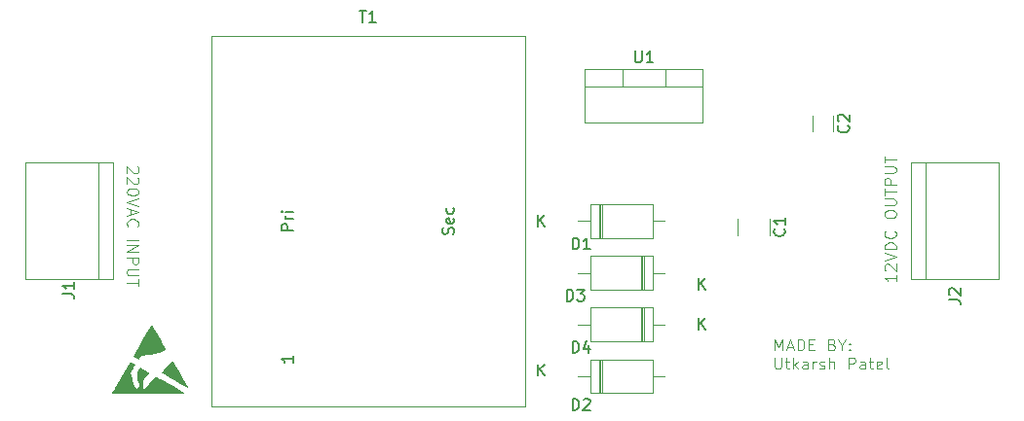
<source format=gbr>
%TF.GenerationSoftware,KiCad,Pcbnew,8.0.7*%
%TF.CreationDate,2025-08-07T00:01:01+05:30*%
%TF.ProjectId,Power_Supply,506f7765-725f-4537-9570-706c792e6b69,rev?*%
%TF.SameCoordinates,Original*%
%TF.FileFunction,Legend,Top*%
%TF.FilePolarity,Positive*%
%FSLAX46Y46*%
G04 Gerber Fmt 4.6, Leading zero omitted, Abs format (unit mm)*
G04 Created by KiCad (PCBNEW 8.0.7) date 2025-08-07 00:01:01*
%MOMM*%
%LPD*%
G01*
G04 APERTURE LIST*
%ADD10C,0.125000*%
%ADD11C,0.100000*%
%ADD12C,0.150000*%
%ADD13C,0.010000*%
%ADD14C,0.120000*%
G04 APERTURE END LIST*
D10*
X164820331Y-94761175D02*
X164820331Y-93761175D01*
X164820331Y-93761175D02*
X165153664Y-94475460D01*
X165153664Y-94475460D02*
X165486997Y-93761175D01*
X165486997Y-93761175D02*
X165486997Y-94761175D01*
X165915569Y-94475460D02*
X166391759Y-94475460D01*
X165820331Y-94761175D02*
X166153664Y-93761175D01*
X166153664Y-93761175D02*
X166486997Y-94761175D01*
X166820331Y-94761175D02*
X166820331Y-93761175D01*
X166820331Y-93761175D02*
X167058426Y-93761175D01*
X167058426Y-93761175D02*
X167201283Y-93808794D01*
X167201283Y-93808794D02*
X167296521Y-93904032D01*
X167296521Y-93904032D02*
X167344140Y-93999270D01*
X167344140Y-93999270D02*
X167391759Y-94189746D01*
X167391759Y-94189746D02*
X167391759Y-94332603D01*
X167391759Y-94332603D02*
X167344140Y-94523079D01*
X167344140Y-94523079D02*
X167296521Y-94618317D01*
X167296521Y-94618317D02*
X167201283Y-94713556D01*
X167201283Y-94713556D02*
X167058426Y-94761175D01*
X167058426Y-94761175D02*
X166820331Y-94761175D01*
X167820331Y-94237365D02*
X168153664Y-94237365D01*
X168296521Y-94761175D02*
X167820331Y-94761175D01*
X167820331Y-94761175D02*
X167820331Y-93761175D01*
X167820331Y-93761175D02*
X168296521Y-93761175D01*
X169820331Y-94237365D02*
X169963188Y-94284984D01*
X169963188Y-94284984D02*
X170010807Y-94332603D01*
X170010807Y-94332603D02*
X170058426Y-94427841D01*
X170058426Y-94427841D02*
X170058426Y-94570698D01*
X170058426Y-94570698D02*
X170010807Y-94665936D01*
X170010807Y-94665936D02*
X169963188Y-94713556D01*
X169963188Y-94713556D02*
X169867950Y-94761175D01*
X169867950Y-94761175D02*
X169486998Y-94761175D01*
X169486998Y-94761175D02*
X169486998Y-93761175D01*
X169486998Y-93761175D02*
X169820331Y-93761175D01*
X169820331Y-93761175D02*
X169915569Y-93808794D01*
X169915569Y-93808794D02*
X169963188Y-93856413D01*
X169963188Y-93856413D02*
X170010807Y-93951651D01*
X170010807Y-93951651D02*
X170010807Y-94046889D01*
X170010807Y-94046889D02*
X169963188Y-94142127D01*
X169963188Y-94142127D02*
X169915569Y-94189746D01*
X169915569Y-94189746D02*
X169820331Y-94237365D01*
X169820331Y-94237365D02*
X169486998Y-94237365D01*
X170677474Y-94284984D02*
X170677474Y-94761175D01*
X170344141Y-93761175D02*
X170677474Y-94284984D01*
X170677474Y-94284984D02*
X171010807Y-93761175D01*
X171344141Y-94665936D02*
X171391760Y-94713556D01*
X171391760Y-94713556D02*
X171344141Y-94761175D01*
X171344141Y-94761175D02*
X171296522Y-94713556D01*
X171296522Y-94713556D02*
X171344141Y-94665936D01*
X171344141Y-94665936D02*
X171344141Y-94761175D01*
X171344141Y-94142127D02*
X171391760Y-94189746D01*
X171391760Y-94189746D02*
X171344141Y-94237365D01*
X171344141Y-94237365D02*
X171296522Y-94189746D01*
X171296522Y-94189746D02*
X171344141Y-94142127D01*
X171344141Y-94142127D02*
X171344141Y-94237365D01*
X164820331Y-95371119D02*
X164820331Y-96180642D01*
X164820331Y-96180642D02*
X164867950Y-96275880D01*
X164867950Y-96275880D02*
X164915569Y-96323500D01*
X164915569Y-96323500D02*
X165010807Y-96371119D01*
X165010807Y-96371119D02*
X165201283Y-96371119D01*
X165201283Y-96371119D02*
X165296521Y-96323500D01*
X165296521Y-96323500D02*
X165344140Y-96275880D01*
X165344140Y-96275880D02*
X165391759Y-96180642D01*
X165391759Y-96180642D02*
X165391759Y-95371119D01*
X165725093Y-95704452D02*
X166106045Y-95704452D01*
X165867950Y-95371119D02*
X165867950Y-96228261D01*
X165867950Y-96228261D02*
X165915569Y-96323500D01*
X165915569Y-96323500D02*
X166010807Y-96371119D01*
X166010807Y-96371119D02*
X166106045Y-96371119D01*
X166439379Y-96371119D02*
X166439379Y-95371119D01*
X166534617Y-95990166D02*
X166820331Y-96371119D01*
X166820331Y-95704452D02*
X166439379Y-96085404D01*
X167677474Y-96371119D02*
X167677474Y-95847309D01*
X167677474Y-95847309D02*
X167629855Y-95752071D01*
X167629855Y-95752071D02*
X167534617Y-95704452D01*
X167534617Y-95704452D02*
X167344141Y-95704452D01*
X167344141Y-95704452D02*
X167248903Y-95752071D01*
X167677474Y-96323500D02*
X167582236Y-96371119D01*
X167582236Y-96371119D02*
X167344141Y-96371119D01*
X167344141Y-96371119D02*
X167248903Y-96323500D01*
X167248903Y-96323500D02*
X167201284Y-96228261D01*
X167201284Y-96228261D02*
X167201284Y-96133023D01*
X167201284Y-96133023D02*
X167248903Y-96037785D01*
X167248903Y-96037785D02*
X167344141Y-95990166D01*
X167344141Y-95990166D02*
X167582236Y-95990166D01*
X167582236Y-95990166D02*
X167677474Y-95942547D01*
X168153665Y-96371119D02*
X168153665Y-95704452D01*
X168153665Y-95894928D02*
X168201284Y-95799690D01*
X168201284Y-95799690D02*
X168248903Y-95752071D01*
X168248903Y-95752071D02*
X168344141Y-95704452D01*
X168344141Y-95704452D02*
X168439379Y-95704452D01*
X168725094Y-96323500D02*
X168820332Y-96371119D01*
X168820332Y-96371119D02*
X169010808Y-96371119D01*
X169010808Y-96371119D02*
X169106046Y-96323500D01*
X169106046Y-96323500D02*
X169153665Y-96228261D01*
X169153665Y-96228261D02*
X169153665Y-96180642D01*
X169153665Y-96180642D02*
X169106046Y-96085404D01*
X169106046Y-96085404D02*
X169010808Y-96037785D01*
X169010808Y-96037785D02*
X168867951Y-96037785D01*
X168867951Y-96037785D02*
X168772713Y-95990166D01*
X168772713Y-95990166D02*
X168725094Y-95894928D01*
X168725094Y-95894928D02*
X168725094Y-95847309D01*
X168725094Y-95847309D02*
X168772713Y-95752071D01*
X168772713Y-95752071D02*
X168867951Y-95704452D01*
X168867951Y-95704452D02*
X169010808Y-95704452D01*
X169010808Y-95704452D02*
X169106046Y-95752071D01*
X169582237Y-96371119D02*
X169582237Y-95371119D01*
X170010808Y-96371119D02*
X170010808Y-95847309D01*
X170010808Y-95847309D02*
X169963189Y-95752071D01*
X169963189Y-95752071D02*
X169867951Y-95704452D01*
X169867951Y-95704452D02*
X169725094Y-95704452D01*
X169725094Y-95704452D02*
X169629856Y-95752071D01*
X169629856Y-95752071D02*
X169582237Y-95799690D01*
X171248904Y-96371119D02*
X171248904Y-95371119D01*
X171248904Y-95371119D02*
X171629856Y-95371119D01*
X171629856Y-95371119D02*
X171725094Y-95418738D01*
X171725094Y-95418738D02*
X171772713Y-95466357D01*
X171772713Y-95466357D02*
X171820332Y-95561595D01*
X171820332Y-95561595D02*
X171820332Y-95704452D01*
X171820332Y-95704452D02*
X171772713Y-95799690D01*
X171772713Y-95799690D02*
X171725094Y-95847309D01*
X171725094Y-95847309D02*
X171629856Y-95894928D01*
X171629856Y-95894928D02*
X171248904Y-95894928D01*
X172677475Y-96371119D02*
X172677475Y-95847309D01*
X172677475Y-95847309D02*
X172629856Y-95752071D01*
X172629856Y-95752071D02*
X172534618Y-95704452D01*
X172534618Y-95704452D02*
X172344142Y-95704452D01*
X172344142Y-95704452D02*
X172248904Y-95752071D01*
X172677475Y-96323500D02*
X172582237Y-96371119D01*
X172582237Y-96371119D02*
X172344142Y-96371119D01*
X172344142Y-96371119D02*
X172248904Y-96323500D01*
X172248904Y-96323500D02*
X172201285Y-96228261D01*
X172201285Y-96228261D02*
X172201285Y-96133023D01*
X172201285Y-96133023D02*
X172248904Y-96037785D01*
X172248904Y-96037785D02*
X172344142Y-95990166D01*
X172344142Y-95990166D02*
X172582237Y-95990166D01*
X172582237Y-95990166D02*
X172677475Y-95942547D01*
X173010809Y-95704452D02*
X173391761Y-95704452D01*
X173153666Y-95371119D02*
X173153666Y-96228261D01*
X173153666Y-96228261D02*
X173201285Y-96323500D01*
X173201285Y-96323500D02*
X173296523Y-96371119D01*
X173296523Y-96371119D02*
X173391761Y-96371119D01*
X174106047Y-96323500D02*
X174010809Y-96371119D01*
X174010809Y-96371119D02*
X173820333Y-96371119D01*
X173820333Y-96371119D02*
X173725095Y-96323500D01*
X173725095Y-96323500D02*
X173677476Y-96228261D01*
X173677476Y-96228261D02*
X173677476Y-95847309D01*
X173677476Y-95847309D02*
X173725095Y-95752071D01*
X173725095Y-95752071D02*
X173820333Y-95704452D01*
X173820333Y-95704452D02*
X174010809Y-95704452D01*
X174010809Y-95704452D02*
X174106047Y-95752071D01*
X174106047Y-95752071D02*
X174153666Y-95847309D01*
X174153666Y-95847309D02*
X174153666Y-95942547D01*
X174153666Y-95942547D02*
X173677476Y-96037785D01*
X174725095Y-96371119D02*
X174629857Y-96323500D01*
X174629857Y-96323500D02*
X174582238Y-96228261D01*
X174582238Y-96228261D02*
X174582238Y-95371119D01*
D11*
X109447342Y-78756265D02*
X109494961Y-78803884D01*
X109494961Y-78803884D02*
X109542580Y-78899122D01*
X109542580Y-78899122D02*
X109542580Y-79137217D01*
X109542580Y-79137217D02*
X109494961Y-79232455D01*
X109494961Y-79232455D02*
X109447342Y-79280074D01*
X109447342Y-79280074D02*
X109352104Y-79327693D01*
X109352104Y-79327693D02*
X109256866Y-79327693D01*
X109256866Y-79327693D02*
X109114009Y-79280074D01*
X109114009Y-79280074D02*
X108542580Y-78708646D01*
X108542580Y-78708646D02*
X108542580Y-79327693D01*
X109447342Y-79708646D02*
X109494961Y-79756265D01*
X109494961Y-79756265D02*
X109542580Y-79851503D01*
X109542580Y-79851503D02*
X109542580Y-80089598D01*
X109542580Y-80089598D02*
X109494961Y-80184836D01*
X109494961Y-80184836D02*
X109447342Y-80232455D01*
X109447342Y-80232455D02*
X109352104Y-80280074D01*
X109352104Y-80280074D02*
X109256866Y-80280074D01*
X109256866Y-80280074D02*
X109114009Y-80232455D01*
X109114009Y-80232455D02*
X108542580Y-79661027D01*
X108542580Y-79661027D02*
X108542580Y-80280074D01*
X109542580Y-80899122D02*
X109542580Y-80994360D01*
X109542580Y-80994360D02*
X109494961Y-81089598D01*
X109494961Y-81089598D02*
X109447342Y-81137217D01*
X109447342Y-81137217D02*
X109352104Y-81184836D01*
X109352104Y-81184836D02*
X109161628Y-81232455D01*
X109161628Y-81232455D02*
X108923533Y-81232455D01*
X108923533Y-81232455D02*
X108733057Y-81184836D01*
X108733057Y-81184836D02*
X108637819Y-81137217D01*
X108637819Y-81137217D02*
X108590200Y-81089598D01*
X108590200Y-81089598D02*
X108542580Y-80994360D01*
X108542580Y-80994360D02*
X108542580Y-80899122D01*
X108542580Y-80899122D02*
X108590200Y-80803884D01*
X108590200Y-80803884D02*
X108637819Y-80756265D01*
X108637819Y-80756265D02*
X108733057Y-80708646D01*
X108733057Y-80708646D02*
X108923533Y-80661027D01*
X108923533Y-80661027D02*
X109161628Y-80661027D01*
X109161628Y-80661027D02*
X109352104Y-80708646D01*
X109352104Y-80708646D02*
X109447342Y-80756265D01*
X109447342Y-80756265D02*
X109494961Y-80803884D01*
X109494961Y-80803884D02*
X109542580Y-80899122D01*
X109542580Y-81518170D02*
X108542580Y-81851503D01*
X108542580Y-81851503D02*
X109542580Y-82184836D01*
X108828295Y-82470551D02*
X108828295Y-82946741D01*
X108542580Y-82375313D02*
X109542580Y-82708646D01*
X109542580Y-82708646D02*
X108542580Y-83041979D01*
X108637819Y-83946741D02*
X108590200Y-83899122D01*
X108590200Y-83899122D02*
X108542580Y-83756265D01*
X108542580Y-83756265D02*
X108542580Y-83661027D01*
X108542580Y-83661027D02*
X108590200Y-83518170D01*
X108590200Y-83518170D02*
X108685438Y-83422932D01*
X108685438Y-83422932D02*
X108780676Y-83375313D01*
X108780676Y-83375313D02*
X108971152Y-83327694D01*
X108971152Y-83327694D02*
X109114009Y-83327694D01*
X109114009Y-83327694D02*
X109304485Y-83375313D01*
X109304485Y-83375313D02*
X109399723Y-83422932D01*
X109399723Y-83422932D02*
X109494961Y-83518170D01*
X109494961Y-83518170D02*
X109542580Y-83661027D01*
X109542580Y-83661027D02*
X109542580Y-83756265D01*
X109542580Y-83756265D02*
X109494961Y-83899122D01*
X109494961Y-83899122D02*
X109447342Y-83946741D01*
X108542580Y-85137218D02*
X109542580Y-85137218D01*
X108542580Y-85613408D02*
X109542580Y-85613408D01*
X109542580Y-85613408D02*
X108542580Y-86184836D01*
X108542580Y-86184836D02*
X109542580Y-86184836D01*
X108542580Y-86661027D02*
X109542580Y-86661027D01*
X109542580Y-86661027D02*
X109542580Y-87041979D01*
X109542580Y-87041979D02*
X109494961Y-87137217D01*
X109494961Y-87137217D02*
X109447342Y-87184836D01*
X109447342Y-87184836D02*
X109352104Y-87232455D01*
X109352104Y-87232455D02*
X109209247Y-87232455D01*
X109209247Y-87232455D02*
X109114009Y-87184836D01*
X109114009Y-87184836D02*
X109066390Y-87137217D01*
X109066390Y-87137217D02*
X109018771Y-87041979D01*
X109018771Y-87041979D02*
X109018771Y-86661027D01*
X109542580Y-87661027D02*
X108733057Y-87661027D01*
X108733057Y-87661027D02*
X108637819Y-87708646D01*
X108637819Y-87708646D02*
X108590200Y-87756265D01*
X108590200Y-87756265D02*
X108542580Y-87851503D01*
X108542580Y-87851503D02*
X108542580Y-88041979D01*
X108542580Y-88041979D02*
X108590200Y-88137217D01*
X108590200Y-88137217D02*
X108637819Y-88184836D01*
X108637819Y-88184836D02*
X108733057Y-88232455D01*
X108733057Y-88232455D02*
X109542580Y-88232455D01*
X109542580Y-88565789D02*
X109542580Y-89137217D01*
X108542580Y-88851503D02*
X109542580Y-88851503D01*
X175372419Y-88172306D02*
X175372419Y-88743734D01*
X175372419Y-88458020D02*
X174372419Y-88458020D01*
X174372419Y-88458020D02*
X174515276Y-88553258D01*
X174515276Y-88553258D02*
X174610514Y-88648496D01*
X174610514Y-88648496D02*
X174658133Y-88743734D01*
X174467657Y-87791353D02*
X174420038Y-87743734D01*
X174420038Y-87743734D02*
X174372419Y-87648496D01*
X174372419Y-87648496D02*
X174372419Y-87410401D01*
X174372419Y-87410401D02*
X174420038Y-87315163D01*
X174420038Y-87315163D02*
X174467657Y-87267544D01*
X174467657Y-87267544D02*
X174562895Y-87219925D01*
X174562895Y-87219925D02*
X174658133Y-87219925D01*
X174658133Y-87219925D02*
X174800990Y-87267544D01*
X174800990Y-87267544D02*
X175372419Y-87838972D01*
X175372419Y-87838972D02*
X175372419Y-87219925D01*
X174372419Y-86934210D02*
X175372419Y-86600877D01*
X175372419Y-86600877D02*
X174372419Y-86267544D01*
X175372419Y-85934210D02*
X174372419Y-85934210D01*
X174372419Y-85934210D02*
X174372419Y-85696115D01*
X174372419Y-85696115D02*
X174420038Y-85553258D01*
X174420038Y-85553258D02*
X174515276Y-85458020D01*
X174515276Y-85458020D02*
X174610514Y-85410401D01*
X174610514Y-85410401D02*
X174800990Y-85362782D01*
X174800990Y-85362782D02*
X174943847Y-85362782D01*
X174943847Y-85362782D02*
X175134323Y-85410401D01*
X175134323Y-85410401D02*
X175229561Y-85458020D01*
X175229561Y-85458020D02*
X175324800Y-85553258D01*
X175324800Y-85553258D02*
X175372419Y-85696115D01*
X175372419Y-85696115D02*
X175372419Y-85934210D01*
X175277180Y-84362782D02*
X175324800Y-84410401D01*
X175324800Y-84410401D02*
X175372419Y-84553258D01*
X175372419Y-84553258D02*
X175372419Y-84648496D01*
X175372419Y-84648496D02*
X175324800Y-84791353D01*
X175324800Y-84791353D02*
X175229561Y-84886591D01*
X175229561Y-84886591D02*
X175134323Y-84934210D01*
X175134323Y-84934210D02*
X174943847Y-84981829D01*
X174943847Y-84981829D02*
X174800990Y-84981829D01*
X174800990Y-84981829D02*
X174610514Y-84934210D01*
X174610514Y-84934210D02*
X174515276Y-84886591D01*
X174515276Y-84886591D02*
X174420038Y-84791353D01*
X174420038Y-84791353D02*
X174372419Y-84648496D01*
X174372419Y-84648496D02*
X174372419Y-84553258D01*
X174372419Y-84553258D02*
X174420038Y-84410401D01*
X174420038Y-84410401D02*
X174467657Y-84362782D01*
X174372419Y-82981829D02*
X174372419Y-82791353D01*
X174372419Y-82791353D02*
X174420038Y-82696115D01*
X174420038Y-82696115D02*
X174515276Y-82600877D01*
X174515276Y-82600877D02*
X174705752Y-82553258D01*
X174705752Y-82553258D02*
X175039085Y-82553258D01*
X175039085Y-82553258D02*
X175229561Y-82600877D01*
X175229561Y-82600877D02*
X175324800Y-82696115D01*
X175324800Y-82696115D02*
X175372419Y-82791353D01*
X175372419Y-82791353D02*
X175372419Y-82981829D01*
X175372419Y-82981829D02*
X175324800Y-83077067D01*
X175324800Y-83077067D02*
X175229561Y-83172305D01*
X175229561Y-83172305D02*
X175039085Y-83219924D01*
X175039085Y-83219924D02*
X174705752Y-83219924D01*
X174705752Y-83219924D02*
X174515276Y-83172305D01*
X174515276Y-83172305D02*
X174420038Y-83077067D01*
X174420038Y-83077067D02*
X174372419Y-82981829D01*
X174372419Y-82124686D02*
X175181942Y-82124686D01*
X175181942Y-82124686D02*
X175277180Y-82077067D01*
X175277180Y-82077067D02*
X175324800Y-82029448D01*
X175324800Y-82029448D02*
X175372419Y-81934210D01*
X175372419Y-81934210D02*
X175372419Y-81743734D01*
X175372419Y-81743734D02*
X175324800Y-81648496D01*
X175324800Y-81648496D02*
X175277180Y-81600877D01*
X175277180Y-81600877D02*
X175181942Y-81553258D01*
X175181942Y-81553258D02*
X174372419Y-81553258D01*
X174372419Y-81219924D02*
X174372419Y-80648496D01*
X175372419Y-80934210D02*
X174372419Y-80934210D01*
X175372419Y-80315162D02*
X174372419Y-80315162D01*
X174372419Y-80315162D02*
X174372419Y-79934210D01*
X174372419Y-79934210D02*
X174420038Y-79838972D01*
X174420038Y-79838972D02*
X174467657Y-79791353D01*
X174467657Y-79791353D02*
X174562895Y-79743734D01*
X174562895Y-79743734D02*
X174705752Y-79743734D01*
X174705752Y-79743734D02*
X174800990Y-79791353D01*
X174800990Y-79791353D02*
X174848609Y-79838972D01*
X174848609Y-79838972D02*
X174896228Y-79934210D01*
X174896228Y-79934210D02*
X174896228Y-80315162D01*
X174372419Y-79315162D02*
X175181942Y-79315162D01*
X175181942Y-79315162D02*
X175277180Y-79267543D01*
X175277180Y-79267543D02*
X175324800Y-79219924D01*
X175324800Y-79219924D02*
X175372419Y-79124686D01*
X175372419Y-79124686D02*
X175372419Y-78934210D01*
X175372419Y-78934210D02*
X175324800Y-78838972D01*
X175324800Y-78838972D02*
X175277180Y-78791353D01*
X175277180Y-78791353D02*
X175181942Y-78743734D01*
X175181942Y-78743734D02*
X174372419Y-78743734D01*
X174372419Y-78410400D02*
X174372419Y-77838972D01*
X175372419Y-78124686D02*
X174372419Y-78124686D01*
D12*
X152698095Y-68684819D02*
X152698095Y-69494342D01*
X152698095Y-69494342D02*
X152745714Y-69589580D01*
X152745714Y-69589580D02*
X152793333Y-69637200D01*
X152793333Y-69637200D02*
X152888571Y-69684819D01*
X152888571Y-69684819D02*
X153079047Y-69684819D01*
X153079047Y-69684819D02*
X153174285Y-69637200D01*
X153174285Y-69637200D02*
X153221904Y-69589580D01*
X153221904Y-69589580D02*
X153269523Y-69494342D01*
X153269523Y-69494342D02*
X153269523Y-68684819D01*
X154269523Y-69684819D02*
X153698095Y-69684819D01*
X153983809Y-69684819D02*
X153983809Y-68684819D01*
X153983809Y-68684819D02*
X153888571Y-68827676D01*
X153888571Y-68827676D02*
X153793333Y-68922914D01*
X153793333Y-68922914D02*
X153698095Y-68970533D01*
X128738095Y-65174819D02*
X129309523Y-65174819D01*
X129023809Y-66174819D02*
X129023809Y-65174819D01*
X130166666Y-66174819D02*
X129595238Y-66174819D01*
X129880952Y-66174819D02*
X129880952Y-65174819D01*
X129880952Y-65174819D02*
X129785714Y-65317676D01*
X129785714Y-65317676D02*
X129690476Y-65412914D01*
X129690476Y-65412914D02*
X129595238Y-65460533D01*
X136907200Y-84642856D02*
X136954819Y-84499999D01*
X136954819Y-84499999D02*
X136954819Y-84261904D01*
X136954819Y-84261904D02*
X136907200Y-84166666D01*
X136907200Y-84166666D02*
X136859580Y-84119047D01*
X136859580Y-84119047D02*
X136764342Y-84071428D01*
X136764342Y-84071428D02*
X136669104Y-84071428D01*
X136669104Y-84071428D02*
X136573866Y-84119047D01*
X136573866Y-84119047D02*
X136526247Y-84166666D01*
X136526247Y-84166666D02*
X136478628Y-84261904D01*
X136478628Y-84261904D02*
X136431009Y-84452380D01*
X136431009Y-84452380D02*
X136383390Y-84547618D01*
X136383390Y-84547618D02*
X136335771Y-84595237D01*
X136335771Y-84595237D02*
X136240533Y-84642856D01*
X136240533Y-84642856D02*
X136145295Y-84642856D01*
X136145295Y-84642856D02*
X136050057Y-84595237D01*
X136050057Y-84595237D02*
X136002438Y-84547618D01*
X136002438Y-84547618D02*
X135954819Y-84452380D01*
X135954819Y-84452380D02*
X135954819Y-84214285D01*
X135954819Y-84214285D02*
X136002438Y-84071428D01*
X136907200Y-83261904D02*
X136954819Y-83357142D01*
X136954819Y-83357142D02*
X136954819Y-83547618D01*
X136954819Y-83547618D02*
X136907200Y-83642856D01*
X136907200Y-83642856D02*
X136811961Y-83690475D01*
X136811961Y-83690475D02*
X136431009Y-83690475D01*
X136431009Y-83690475D02*
X136335771Y-83642856D01*
X136335771Y-83642856D02*
X136288152Y-83547618D01*
X136288152Y-83547618D02*
X136288152Y-83357142D01*
X136288152Y-83357142D02*
X136335771Y-83261904D01*
X136335771Y-83261904D02*
X136431009Y-83214285D01*
X136431009Y-83214285D02*
X136526247Y-83214285D01*
X136526247Y-83214285D02*
X136621485Y-83690475D01*
X136907200Y-82357142D02*
X136954819Y-82452380D01*
X136954819Y-82452380D02*
X136954819Y-82642856D01*
X136954819Y-82642856D02*
X136907200Y-82738094D01*
X136907200Y-82738094D02*
X136859580Y-82785713D01*
X136859580Y-82785713D02*
X136764342Y-82833332D01*
X136764342Y-82833332D02*
X136478628Y-82833332D01*
X136478628Y-82833332D02*
X136383390Y-82785713D01*
X136383390Y-82785713D02*
X136335771Y-82738094D01*
X136335771Y-82738094D02*
X136288152Y-82642856D01*
X136288152Y-82642856D02*
X136288152Y-82452380D01*
X136288152Y-82452380D02*
X136335771Y-82357142D01*
X122954819Y-84309523D02*
X121954819Y-84309523D01*
X121954819Y-84309523D02*
X121954819Y-83928571D01*
X121954819Y-83928571D02*
X122002438Y-83833333D01*
X122002438Y-83833333D02*
X122050057Y-83785714D01*
X122050057Y-83785714D02*
X122145295Y-83738095D01*
X122145295Y-83738095D02*
X122288152Y-83738095D01*
X122288152Y-83738095D02*
X122383390Y-83785714D01*
X122383390Y-83785714D02*
X122431009Y-83833333D01*
X122431009Y-83833333D02*
X122478628Y-83928571D01*
X122478628Y-83928571D02*
X122478628Y-84309523D01*
X122954819Y-83309523D02*
X122288152Y-83309523D01*
X122478628Y-83309523D02*
X122383390Y-83261904D01*
X122383390Y-83261904D02*
X122335771Y-83214285D01*
X122335771Y-83214285D02*
X122288152Y-83119047D01*
X122288152Y-83119047D02*
X122288152Y-83023809D01*
X122954819Y-82690475D02*
X122288152Y-82690475D01*
X121954819Y-82690475D02*
X122002438Y-82738094D01*
X122002438Y-82738094D02*
X122050057Y-82690475D01*
X122050057Y-82690475D02*
X122002438Y-82642856D01*
X122002438Y-82642856D02*
X121954819Y-82690475D01*
X121954819Y-82690475D02*
X122050057Y-82690475D01*
X122954819Y-95214285D02*
X122954819Y-95785713D01*
X122954819Y-95499999D02*
X121954819Y-95499999D01*
X121954819Y-95499999D02*
X122097676Y-95595237D01*
X122097676Y-95595237D02*
X122192914Y-95690475D01*
X122192914Y-95690475D02*
X122240533Y-95785713D01*
X179954819Y-90333333D02*
X180669104Y-90333333D01*
X180669104Y-90333333D02*
X180811961Y-90380952D01*
X180811961Y-90380952D02*
X180907200Y-90476190D01*
X180907200Y-90476190D02*
X180954819Y-90619047D01*
X180954819Y-90619047D02*
X180954819Y-90714285D01*
X180050057Y-89904761D02*
X180002438Y-89857142D01*
X180002438Y-89857142D02*
X179954819Y-89761904D01*
X179954819Y-89761904D02*
X179954819Y-89523809D01*
X179954819Y-89523809D02*
X180002438Y-89428571D01*
X180002438Y-89428571D02*
X180050057Y-89380952D01*
X180050057Y-89380952D02*
X180145295Y-89333333D01*
X180145295Y-89333333D02*
X180240533Y-89333333D01*
X180240533Y-89333333D02*
X180383390Y-89380952D01*
X180383390Y-89380952D02*
X180954819Y-89952380D01*
X180954819Y-89952380D02*
X180954819Y-89333333D01*
X102954819Y-89833333D02*
X103669104Y-89833333D01*
X103669104Y-89833333D02*
X103811961Y-89880952D01*
X103811961Y-89880952D02*
X103907200Y-89976190D01*
X103907200Y-89976190D02*
X103954819Y-90119047D01*
X103954819Y-90119047D02*
X103954819Y-90214285D01*
X103954819Y-88833333D02*
X103954819Y-89404761D01*
X103954819Y-89119047D02*
X102954819Y-89119047D01*
X102954819Y-89119047D02*
X103097676Y-89214285D01*
X103097676Y-89214285D02*
X103192914Y-89309523D01*
X103192914Y-89309523D02*
X103240533Y-89404761D01*
X147261905Y-94954819D02*
X147261905Y-93954819D01*
X147261905Y-93954819D02*
X147500000Y-93954819D01*
X147500000Y-93954819D02*
X147642857Y-94002438D01*
X147642857Y-94002438D02*
X147738095Y-94097676D01*
X147738095Y-94097676D02*
X147785714Y-94192914D01*
X147785714Y-94192914D02*
X147833333Y-94383390D01*
X147833333Y-94383390D02*
X147833333Y-94526247D01*
X147833333Y-94526247D02*
X147785714Y-94716723D01*
X147785714Y-94716723D02*
X147738095Y-94811961D01*
X147738095Y-94811961D02*
X147642857Y-94907200D01*
X147642857Y-94907200D02*
X147500000Y-94954819D01*
X147500000Y-94954819D02*
X147261905Y-94954819D01*
X148690476Y-94288152D02*
X148690476Y-94954819D01*
X148452381Y-93907200D02*
X148214286Y-94621485D01*
X148214286Y-94621485D02*
X148833333Y-94621485D01*
X158238095Y-92954819D02*
X158238095Y-91954819D01*
X158809523Y-92954819D02*
X158380952Y-92383390D01*
X158809523Y-91954819D02*
X158238095Y-92526247D01*
X146761905Y-90454819D02*
X146761905Y-89454819D01*
X146761905Y-89454819D02*
X147000000Y-89454819D01*
X147000000Y-89454819D02*
X147142857Y-89502438D01*
X147142857Y-89502438D02*
X147238095Y-89597676D01*
X147238095Y-89597676D02*
X147285714Y-89692914D01*
X147285714Y-89692914D02*
X147333333Y-89883390D01*
X147333333Y-89883390D02*
X147333333Y-90026247D01*
X147333333Y-90026247D02*
X147285714Y-90216723D01*
X147285714Y-90216723D02*
X147238095Y-90311961D01*
X147238095Y-90311961D02*
X147142857Y-90407200D01*
X147142857Y-90407200D02*
X147000000Y-90454819D01*
X147000000Y-90454819D02*
X146761905Y-90454819D01*
X147666667Y-89454819D02*
X148285714Y-89454819D01*
X148285714Y-89454819D02*
X147952381Y-89835771D01*
X147952381Y-89835771D02*
X148095238Y-89835771D01*
X148095238Y-89835771D02*
X148190476Y-89883390D01*
X148190476Y-89883390D02*
X148238095Y-89931009D01*
X148238095Y-89931009D02*
X148285714Y-90026247D01*
X148285714Y-90026247D02*
X148285714Y-90264342D01*
X148285714Y-90264342D02*
X148238095Y-90359580D01*
X148238095Y-90359580D02*
X148190476Y-90407200D01*
X148190476Y-90407200D02*
X148095238Y-90454819D01*
X148095238Y-90454819D02*
X147809524Y-90454819D01*
X147809524Y-90454819D02*
X147714286Y-90407200D01*
X147714286Y-90407200D02*
X147666667Y-90359580D01*
X158238095Y-89454819D02*
X158238095Y-88454819D01*
X158809523Y-89454819D02*
X158380952Y-88883390D01*
X158809523Y-88454819D02*
X158238095Y-89026247D01*
X147261905Y-99954819D02*
X147261905Y-98954819D01*
X147261905Y-98954819D02*
X147500000Y-98954819D01*
X147500000Y-98954819D02*
X147642857Y-99002438D01*
X147642857Y-99002438D02*
X147738095Y-99097676D01*
X147738095Y-99097676D02*
X147785714Y-99192914D01*
X147785714Y-99192914D02*
X147833333Y-99383390D01*
X147833333Y-99383390D02*
X147833333Y-99526247D01*
X147833333Y-99526247D02*
X147785714Y-99716723D01*
X147785714Y-99716723D02*
X147738095Y-99811961D01*
X147738095Y-99811961D02*
X147642857Y-99907200D01*
X147642857Y-99907200D02*
X147500000Y-99954819D01*
X147500000Y-99954819D02*
X147261905Y-99954819D01*
X148214286Y-99050057D02*
X148261905Y-99002438D01*
X148261905Y-99002438D02*
X148357143Y-98954819D01*
X148357143Y-98954819D02*
X148595238Y-98954819D01*
X148595238Y-98954819D02*
X148690476Y-99002438D01*
X148690476Y-99002438D02*
X148738095Y-99050057D01*
X148738095Y-99050057D02*
X148785714Y-99145295D01*
X148785714Y-99145295D02*
X148785714Y-99240533D01*
X148785714Y-99240533D02*
X148738095Y-99383390D01*
X148738095Y-99383390D02*
X148166667Y-99954819D01*
X148166667Y-99954819D02*
X148785714Y-99954819D01*
X144238095Y-96954819D02*
X144238095Y-95954819D01*
X144809523Y-96954819D02*
X144380952Y-96383390D01*
X144809523Y-95954819D02*
X144238095Y-96526247D01*
X147261905Y-85954819D02*
X147261905Y-84954819D01*
X147261905Y-84954819D02*
X147500000Y-84954819D01*
X147500000Y-84954819D02*
X147642857Y-85002438D01*
X147642857Y-85002438D02*
X147738095Y-85097676D01*
X147738095Y-85097676D02*
X147785714Y-85192914D01*
X147785714Y-85192914D02*
X147833333Y-85383390D01*
X147833333Y-85383390D02*
X147833333Y-85526247D01*
X147833333Y-85526247D02*
X147785714Y-85716723D01*
X147785714Y-85716723D02*
X147738095Y-85811961D01*
X147738095Y-85811961D02*
X147642857Y-85907200D01*
X147642857Y-85907200D02*
X147500000Y-85954819D01*
X147500000Y-85954819D02*
X147261905Y-85954819D01*
X148785714Y-85954819D02*
X148214286Y-85954819D01*
X148500000Y-85954819D02*
X148500000Y-84954819D01*
X148500000Y-84954819D02*
X148404762Y-85097676D01*
X148404762Y-85097676D02*
X148309524Y-85192914D01*
X148309524Y-85192914D02*
X148214286Y-85240533D01*
X144238095Y-83954819D02*
X144238095Y-82954819D01*
X144809523Y-83954819D02*
X144380952Y-83383390D01*
X144809523Y-82954819D02*
X144238095Y-83526247D01*
X171209580Y-75166666D02*
X171257200Y-75214285D01*
X171257200Y-75214285D02*
X171304819Y-75357142D01*
X171304819Y-75357142D02*
X171304819Y-75452380D01*
X171304819Y-75452380D02*
X171257200Y-75595237D01*
X171257200Y-75595237D02*
X171161961Y-75690475D01*
X171161961Y-75690475D02*
X171066723Y-75738094D01*
X171066723Y-75738094D02*
X170876247Y-75785713D01*
X170876247Y-75785713D02*
X170733390Y-75785713D01*
X170733390Y-75785713D02*
X170542914Y-75738094D01*
X170542914Y-75738094D02*
X170447676Y-75690475D01*
X170447676Y-75690475D02*
X170352438Y-75595237D01*
X170352438Y-75595237D02*
X170304819Y-75452380D01*
X170304819Y-75452380D02*
X170304819Y-75357142D01*
X170304819Y-75357142D02*
X170352438Y-75214285D01*
X170352438Y-75214285D02*
X170400057Y-75166666D01*
X170400057Y-74785713D02*
X170352438Y-74738094D01*
X170352438Y-74738094D02*
X170304819Y-74642856D01*
X170304819Y-74642856D02*
X170304819Y-74404761D01*
X170304819Y-74404761D02*
X170352438Y-74309523D01*
X170352438Y-74309523D02*
X170400057Y-74261904D01*
X170400057Y-74261904D02*
X170495295Y-74214285D01*
X170495295Y-74214285D02*
X170590533Y-74214285D01*
X170590533Y-74214285D02*
X170733390Y-74261904D01*
X170733390Y-74261904D02*
X171304819Y-74833332D01*
X171304819Y-74833332D02*
X171304819Y-74214285D01*
X165659580Y-84166666D02*
X165707200Y-84214285D01*
X165707200Y-84214285D02*
X165754819Y-84357142D01*
X165754819Y-84357142D02*
X165754819Y-84452380D01*
X165754819Y-84452380D02*
X165707200Y-84595237D01*
X165707200Y-84595237D02*
X165611961Y-84690475D01*
X165611961Y-84690475D02*
X165516723Y-84738094D01*
X165516723Y-84738094D02*
X165326247Y-84785713D01*
X165326247Y-84785713D02*
X165183390Y-84785713D01*
X165183390Y-84785713D02*
X164992914Y-84738094D01*
X164992914Y-84738094D02*
X164897676Y-84690475D01*
X164897676Y-84690475D02*
X164802438Y-84595237D01*
X164802438Y-84595237D02*
X164754819Y-84452380D01*
X164754819Y-84452380D02*
X164754819Y-84357142D01*
X164754819Y-84357142D02*
X164802438Y-84214285D01*
X164802438Y-84214285D02*
X164850057Y-84166666D01*
X165754819Y-83214285D02*
X165754819Y-83785713D01*
X165754819Y-83499999D02*
X164754819Y-83499999D01*
X164754819Y-83499999D02*
X164897676Y-83595237D01*
X164897676Y-83595237D02*
X164992914Y-83690475D01*
X164992914Y-83690475D02*
X165040533Y-83785713D01*
D13*
%TO.C,REF\u002A\u002A*%
X112487528Y-95734619D02*
X112498908Y-95753693D01*
X112524488Y-95797421D01*
X112563002Y-95863619D01*
X112613186Y-95950102D01*
X112673775Y-96054685D01*
X112743503Y-96175183D01*
X112821107Y-96309412D01*
X112905320Y-96455187D01*
X112994879Y-96610323D01*
X113086998Y-96770000D01*
X113181076Y-96933117D01*
X113271402Y-97089709D01*
X113356665Y-97237506D01*
X113435557Y-97374240D01*
X113506769Y-97497642D01*
X113568991Y-97605444D01*
X113620913Y-97695377D01*
X113661228Y-97765173D01*
X113688624Y-97812564D01*
X113701507Y-97834786D01*
X113722507Y-97872330D01*
X113733925Y-97895831D01*
X113734551Y-97899920D01*
X113720636Y-97892242D01*
X113681941Y-97870203D01*
X113620487Y-97834971D01*
X113538298Y-97787711D01*
X113437396Y-97729589D01*
X113319805Y-97661771D01*
X113187546Y-97585424D01*
X113042642Y-97501714D01*
X112887117Y-97411806D01*
X112722992Y-97316867D01*
X112660549Y-97280732D01*
X112493487Y-97184083D01*
X112334074Y-97091938D01*
X112184355Y-97005475D01*
X112046376Y-96925871D01*
X111922185Y-96854305D01*
X111813827Y-96791955D01*
X111723348Y-96739998D01*
X111652796Y-96699613D01*
X111604215Y-96671978D01*
X111579654Y-96658272D01*
X111577085Y-96656974D01*
X111584569Y-96645220D01*
X111610614Y-96613795D01*
X111652559Y-96565594D01*
X111707746Y-96503510D01*
X111773517Y-96430439D01*
X111847212Y-96349276D01*
X111926173Y-96262916D01*
X112007740Y-96174253D01*
X112089254Y-96086182D01*
X112168057Y-96001599D01*
X112241490Y-95923397D01*
X112306893Y-95854472D01*
X112361608Y-95797719D01*
X112402977Y-95756032D01*
X112417164Y-95742363D01*
X112464180Y-95698201D01*
X112487528Y-95734619D01*
G36*
X112487528Y-95734619D02*
G01*
X112498908Y-95753693D01*
X112524488Y-95797421D01*
X112563002Y-95863619D01*
X112613186Y-95950102D01*
X112673775Y-96054685D01*
X112743503Y-96175183D01*
X112821107Y-96309412D01*
X112905320Y-96455187D01*
X112994879Y-96610323D01*
X113086998Y-96770000D01*
X113181076Y-96933117D01*
X113271402Y-97089709D01*
X113356665Y-97237506D01*
X113435557Y-97374240D01*
X113506769Y-97497642D01*
X113568991Y-97605444D01*
X113620913Y-97695377D01*
X113661228Y-97765173D01*
X113688624Y-97812564D01*
X113701507Y-97834786D01*
X113722507Y-97872330D01*
X113733925Y-97895831D01*
X113734551Y-97899920D01*
X113720636Y-97892242D01*
X113681941Y-97870203D01*
X113620487Y-97834971D01*
X113538298Y-97787711D01*
X113437396Y-97729589D01*
X113319805Y-97661771D01*
X113187546Y-97585424D01*
X113042642Y-97501714D01*
X112887117Y-97411806D01*
X112722992Y-97316867D01*
X112660549Y-97280732D01*
X112493487Y-97184083D01*
X112334074Y-97091938D01*
X112184355Y-97005475D01*
X112046376Y-96925871D01*
X111922185Y-96854305D01*
X111813827Y-96791955D01*
X111723348Y-96739998D01*
X111652796Y-96699613D01*
X111604215Y-96671978D01*
X111579654Y-96658272D01*
X111577085Y-96656974D01*
X111584569Y-96645220D01*
X111610614Y-96613795D01*
X111652559Y-96565594D01*
X111707746Y-96503510D01*
X111773517Y-96430439D01*
X111847212Y-96349276D01*
X111926173Y-96262916D01*
X112007740Y-96174253D01*
X112089254Y-96086182D01*
X112168057Y-96001599D01*
X112241490Y-95923397D01*
X112306893Y-95854472D01*
X112361608Y-95797719D01*
X112402977Y-95756032D01*
X112417164Y-95742363D01*
X112464180Y-95698201D01*
X112487528Y-95734619D01*
G37*
X110664043Y-92585835D02*
X110687065Y-92623245D01*
X110722534Y-92682514D01*
X110768996Y-92761118D01*
X110824996Y-92856538D01*
X110889081Y-92966250D01*
X110959796Y-93087734D01*
X111035687Y-93218468D01*
X111115299Y-93355930D01*
X111197178Y-93497598D01*
X111279870Y-93640951D01*
X111361921Y-93783467D01*
X111441876Y-93922624D01*
X111518281Y-94055901D01*
X111589682Y-94180776D01*
X111654624Y-94294727D01*
X111711653Y-94395233D01*
X111759315Y-94479772D01*
X111796155Y-94545822D01*
X111820720Y-94590862D01*
X111831554Y-94612370D01*
X111831951Y-94613714D01*
X111818501Y-94631965D01*
X111781114Y-94659882D01*
X111724235Y-94694725D01*
X111652312Y-94733754D01*
X111577015Y-94770843D01*
X111474560Y-94815817D01*
X111366817Y-94856226D01*
X111250073Y-94892969D01*
X111120618Y-94926942D01*
X110974740Y-94959044D01*
X110808726Y-94990173D01*
X110618866Y-95021227D01*
X110422469Y-95050145D01*
X110251834Y-95075800D01*
X110108545Y-95101198D01*
X109989008Y-95127602D01*
X109889630Y-95156273D01*
X109806818Y-95188473D01*
X109736978Y-95225465D01*
X109676518Y-95268512D01*
X109621845Y-95318875D01*
X109604214Y-95337583D01*
X109566000Y-95381139D01*
X109537732Y-95416682D01*
X109524618Y-95437583D01*
X109524268Y-95439297D01*
X109519680Y-95449806D01*
X109503758Y-95449924D01*
X109473266Y-95438254D01*
X109424968Y-95413396D01*
X109355627Y-95373952D01*
X109307439Y-95345587D01*
X109235583Y-95301247D01*
X109179742Y-95263279D01*
X109143667Y-95234416D01*
X109131113Y-95217388D01*
X109131121Y-95217264D01*
X109138906Y-95201037D01*
X109160892Y-95160400D01*
X109195803Y-95097567D01*
X109242363Y-95014752D01*
X109299295Y-94914172D01*
X109365323Y-94798040D01*
X109439172Y-94668571D01*
X109519564Y-94527980D01*
X109605224Y-94378482D01*
X109694876Y-94222292D01*
X109787243Y-94061624D01*
X109881049Y-93898693D01*
X109975018Y-93735713D01*
X110067874Y-93574900D01*
X110158340Y-93418468D01*
X110245141Y-93268633D01*
X110327000Y-93127608D01*
X110402641Y-92997609D01*
X110470787Y-92880849D01*
X110530163Y-92779545D01*
X110579493Y-92695911D01*
X110617500Y-92632162D01*
X110642907Y-92590511D01*
X110654440Y-92573175D01*
X110654923Y-92572805D01*
X110664043Y-92585835D01*
G36*
X110664043Y-92585835D02*
G01*
X110687065Y-92623245D01*
X110722534Y-92682514D01*
X110768996Y-92761118D01*
X110824996Y-92856538D01*
X110889081Y-92966250D01*
X110959796Y-93087734D01*
X111035687Y-93218468D01*
X111115299Y-93355930D01*
X111197178Y-93497598D01*
X111279870Y-93640951D01*
X111361921Y-93783467D01*
X111441876Y-93922624D01*
X111518281Y-94055901D01*
X111589682Y-94180776D01*
X111654624Y-94294727D01*
X111711653Y-94395233D01*
X111759315Y-94479772D01*
X111796155Y-94545822D01*
X111820720Y-94590862D01*
X111831554Y-94612370D01*
X111831951Y-94613714D01*
X111818501Y-94631965D01*
X111781114Y-94659882D01*
X111724235Y-94694725D01*
X111652312Y-94733754D01*
X111577015Y-94770843D01*
X111474560Y-94815817D01*
X111366817Y-94856226D01*
X111250073Y-94892969D01*
X111120618Y-94926942D01*
X110974740Y-94959044D01*
X110808726Y-94990173D01*
X110618866Y-95021227D01*
X110422469Y-95050145D01*
X110251834Y-95075800D01*
X110108545Y-95101198D01*
X109989008Y-95127602D01*
X109889630Y-95156273D01*
X109806818Y-95188473D01*
X109736978Y-95225465D01*
X109676518Y-95268512D01*
X109621845Y-95318875D01*
X109604214Y-95337583D01*
X109566000Y-95381139D01*
X109537732Y-95416682D01*
X109524618Y-95437583D01*
X109524268Y-95439297D01*
X109519680Y-95449806D01*
X109503758Y-95449924D01*
X109473266Y-95438254D01*
X109424968Y-95413396D01*
X109355627Y-95373952D01*
X109307439Y-95345587D01*
X109235583Y-95301247D01*
X109179742Y-95263279D01*
X109143667Y-95234416D01*
X109131113Y-95217388D01*
X109131121Y-95217264D01*
X109138906Y-95201037D01*
X109160892Y-95160400D01*
X109195803Y-95097567D01*
X109242363Y-95014752D01*
X109299295Y-94914172D01*
X109365323Y-94798040D01*
X109439172Y-94668571D01*
X109519564Y-94527980D01*
X109605224Y-94378482D01*
X109694876Y-94222292D01*
X109787243Y-94061624D01*
X109881049Y-93898693D01*
X109975018Y-93735713D01*
X110067874Y-93574900D01*
X110158340Y-93418468D01*
X110245141Y-93268633D01*
X110327000Y-93127608D01*
X110402641Y-92997609D01*
X110470787Y-92880849D01*
X110530163Y-92779545D01*
X110579493Y-92695911D01*
X110617500Y-92632162D01*
X110642907Y-92590511D01*
X110654440Y-92573175D01*
X110654923Y-92572805D01*
X110664043Y-92585835D01*
G37*
X108822094Y-95791158D02*
X108854619Y-95803736D01*
X108904193Y-95828712D01*
X108975374Y-95867876D01*
X108980916Y-95870988D01*
X109046474Y-95908476D01*
X109101798Y-95941319D01*
X109141455Y-95966205D01*
X109160012Y-95979820D01*
X109160531Y-95980487D01*
X109156048Y-95999390D01*
X109135486Y-96041605D01*
X109100183Y-96104832D01*
X109051480Y-96186772D01*
X108990718Y-96285122D01*
X108919236Y-96397585D01*
X108901445Y-96425165D01*
X108855093Y-96501699D01*
X108821342Y-96567556D01*
X108803153Y-96616782D01*
X108801286Y-96626507D01*
X108802115Y-96669312D01*
X108811394Y-96737209D01*
X108827968Y-96825843D01*
X108850680Y-96930859D01*
X108878373Y-97047902D01*
X108909890Y-97172616D01*
X108944075Y-97300645D01*
X108979771Y-97427634D01*
X109015821Y-97549228D01*
X109051068Y-97661072D01*
X109084356Y-97758810D01*
X109114528Y-97838087D01*
X109135561Y-97885122D01*
X109160337Y-97935225D01*
X109183730Y-97983168D01*
X109184997Y-97985793D01*
X109223699Y-98034220D01*
X109280184Y-98066828D01*
X109345939Y-98082454D01*
X109412451Y-98079937D01*
X109471205Y-98058114D01*
X109504258Y-98029382D01*
X109551859Y-97950583D01*
X109586739Y-97852378D01*
X109605877Y-97744779D01*
X109608588Y-97683780D01*
X109597670Y-97569935D01*
X109565624Y-97475660D01*
X109510726Y-97396379D01*
X109493607Y-97378733D01*
X109442661Y-97329235D01*
X109439163Y-96979362D01*
X109435664Y-96629489D01*
X109524818Y-96494531D01*
X109566654Y-96433445D01*
X109606945Y-96378493D01*
X109639943Y-96337336D01*
X109654126Y-96322192D01*
X109694281Y-96284810D01*
X109748665Y-96314098D01*
X109783039Y-96335084D01*
X109801846Y-96351378D01*
X109803049Y-96354307D01*
X109815903Y-96366728D01*
X109837896Y-96375977D01*
X109859150Y-96384313D01*
X109891694Y-96400149D01*
X109938322Y-96425033D01*
X110001829Y-96460509D01*
X110085008Y-96508123D01*
X110190653Y-96569422D01*
X110248062Y-96602932D01*
X110315594Y-96643071D01*
X110359885Y-96671659D01*
X110384855Y-96692039D01*
X110394423Y-96707553D01*
X110392508Y-96721546D01*
X110390911Y-96724796D01*
X110375376Y-96745266D01*
X110342136Y-96783665D01*
X110295062Y-96835696D01*
X110238028Y-96897066D01*
X110188700Y-96949090D01*
X110075030Y-97072567D01*
X109986105Y-97179591D01*
X109921134Y-97271240D01*
X109879321Y-97348588D01*
X109865217Y-97387866D01*
X109859392Y-97422249D01*
X109853375Y-97480899D01*
X109847696Y-97557117D01*
X109842884Y-97644202D01*
X109840619Y-97699268D01*
X109837459Y-97794464D01*
X109836069Y-97864062D01*
X109836858Y-97913409D01*
X109840235Y-97947854D01*
X109846608Y-97972743D01*
X109856387Y-97993425D01*
X109864067Y-98006053D01*
X109908421Y-98054726D01*
X109965574Y-98088645D01*
X110025708Y-98103438D01*
X110070773Y-98098086D01*
X110111576Y-98074930D01*
X110162724Y-98033462D01*
X110217042Y-97980912D01*
X110267357Y-97924516D01*
X110306494Y-97871505D01*
X110320905Y-97845889D01*
X110342491Y-97810814D01*
X110381753Y-97757389D01*
X110435102Y-97689789D01*
X110498952Y-97612190D01*
X110569715Y-97528768D01*
X110643804Y-97443698D01*
X110717632Y-97361155D01*
X110787611Y-97285316D01*
X110850155Y-97220356D01*
X110899260Y-97172669D01*
X110953779Y-97125032D01*
X110999642Y-97089908D01*
X111031811Y-97070949D01*
X111042489Y-97068864D01*
X111058853Y-97077274D01*
X111099671Y-97099846D01*
X111162586Y-97135224D01*
X111245244Y-97182054D01*
X111345289Y-97238981D01*
X111460366Y-97304649D01*
X111588119Y-97377703D01*
X111726194Y-97456788D01*
X111872234Y-97540548D01*
X112023884Y-97627629D01*
X112178790Y-97716676D01*
X112334595Y-97806332D01*
X112488944Y-97895243D01*
X112639482Y-97982054D01*
X112783854Y-98065409D01*
X112919704Y-98143954D01*
X113044677Y-98216333D01*
X113156417Y-98281190D01*
X113252570Y-98337171D01*
X113330779Y-98382920D01*
X113388689Y-98417083D01*
X113423946Y-98438304D01*
X113434165Y-98444963D01*
X113420402Y-98446280D01*
X113377104Y-98447559D01*
X113305714Y-98448796D01*
X113207673Y-98449983D01*
X113084422Y-98451115D01*
X112937403Y-98452186D01*
X112768057Y-98453189D01*
X112577826Y-98454119D01*
X112368151Y-98454968D01*
X112140473Y-98455732D01*
X111896235Y-98456403D01*
X111636877Y-98456976D01*
X111363841Y-98457444D01*
X111078568Y-98457802D01*
X110782500Y-98458042D01*
X110477079Y-98458159D01*
X110348924Y-98458171D01*
X107248970Y-98458171D01*
X107470053Y-98074847D01*
X107516856Y-97993680D01*
X107577102Y-97889166D01*
X107648778Y-97764801D01*
X107729869Y-97624082D01*
X107818362Y-97470503D01*
X107912240Y-97307562D01*
X108009491Y-97138754D01*
X108108100Y-96967575D01*
X108206053Y-96797521D01*
X108230825Y-96754512D01*
X108321152Y-96597857D01*
X108407289Y-96448803D01*
X108487942Y-96309568D01*
X108561816Y-96182371D01*
X108627617Y-96069432D01*
X108684050Y-95972968D01*
X108729821Y-95895200D01*
X108763635Y-95838346D01*
X108784198Y-95804625D01*
X108789953Y-95796040D01*
X108802058Y-95789189D01*
X108822094Y-95791158D01*
G36*
X108822094Y-95791158D02*
G01*
X108854619Y-95803736D01*
X108904193Y-95828712D01*
X108975374Y-95867876D01*
X108980916Y-95870988D01*
X109046474Y-95908476D01*
X109101798Y-95941319D01*
X109141455Y-95966205D01*
X109160012Y-95979820D01*
X109160531Y-95980487D01*
X109156048Y-95999390D01*
X109135486Y-96041605D01*
X109100183Y-96104832D01*
X109051480Y-96186772D01*
X108990718Y-96285122D01*
X108919236Y-96397585D01*
X108901445Y-96425165D01*
X108855093Y-96501699D01*
X108821342Y-96567556D01*
X108803153Y-96616782D01*
X108801286Y-96626507D01*
X108802115Y-96669312D01*
X108811394Y-96737209D01*
X108827968Y-96825843D01*
X108850680Y-96930859D01*
X108878373Y-97047902D01*
X108909890Y-97172616D01*
X108944075Y-97300645D01*
X108979771Y-97427634D01*
X109015821Y-97549228D01*
X109051068Y-97661072D01*
X109084356Y-97758810D01*
X109114528Y-97838087D01*
X109135561Y-97885122D01*
X109160337Y-97935225D01*
X109183730Y-97983168D01*
X109184997Y-97985793D01*
X109223699Y-98034220D01*
X109280184Y-98066828D01*
X109345939Y-98082454D01*
X109412451Y-98079937D01*
X109471205Y-98058114D01*
X109504258Y-98029382D01*
X109551859Y-97950583D01*
X109586739Y-97852378D01*
X109605877Y-97744779D01*
X109608588Y-97683780D01*
X109597670Y-97569935D01*
X109565624Y-97475660D01*
X109510726Y-97396379D01*
X109493607Y-97378733D01*
X109442661Y-97329235D01*
X109439163Y-96979362D01*
X109435664Y-96629489D01*
X109524818Y-96494531D01*
X109566654Y-96433445D01*
X109606945Y-96378493D01*
X109639943Y-96337336D01*
X109654126Y-96322192D01*
X109694281Y-96284810D01*
X109748665Y-96314098D01*
X109783039Y-96335084D01*
X109801846Y-96351378D01*
X109803049Y-96354307D01*
X109815903Y-96366728D01*
X109837896Y-96375977D01*
X109859150Y-96384313D01*
X109891694Y-96400149D01*
X109938322Y-96425033D01*
X110001829Y-96460509D01*
X110085008Y-96508123D01*
X110190653Y-96569422D01*
X110248062Y-96602932D01*
X110315594Y-96643071D01*
X110359885Y-96671659D01*
X110384855Y-96692039D01*
X110394423Y-96707553D01*
X110392508Y-96721546D01*
X110390911Y-96724796D01*
X110375376Y-96745266D01*
X110342136Y-96783665D01*
X110295062Y-96835696D01*
X110238028Y-96897066D01*
X110188700Y-96949090D01*
X110075030Y-97072567D01*
X109986105Y-97179591D01*
X109921134Y-97271240D01*
X109879321Y-97348588D01*
X109865217Y-97387866D01*
X109859392Y-97422249D01*
X109853375Y-97480899D01*
X109847696Y-97557117D01*
X109842884Y-97644202D01*
X109840619Y-97699268D01*
X109837459Y-97794464D01*
X109836069Y-97864062D01*
X109836858Y-97913409D01*
X109840235Y-97947854D01*
X109846608Y-97972743D01*
X109856387Y-97993425D01*
X109864067Y-98006053D01*
X109908421Y-98054726D01*
X109965574Y-98088645D01*
X110025708Y-98103438D01*
X110070773Y-98098086D01*
X110111576Y-98074930D01*
X110162724Y-98033462D01*
X110217042Y-97980912D01*
X110267357Y-97924516D01*
X110306494Y-97871505D01*
X110320905Y-97845889D01*
X110342491Y-97810814D01*
X110381753Y-97757389D01*
X110435102Y-97689789D01*
X110498952Y-97612190D01*
X110569715Y-97528768D01*
X110643804Y-97443698D01*
X110717632Y-97361155D01*
X110787611Y-97285316D01*
X110850155Y-97220356D01*
X110899260Y-97172669D01*
X110953779Y-97125032D01*
X110999642Y-97089908D01*
X111031811Y-97070949D01*
X111042489Y-97068864D01*
X111058853Y-97077274D01*
X111099671Y-97099846D01*
X111162586Y-97135224D01*
X111245244Y-97182054D01*
X111345289Y-97238981D01*
X111460366Y-97304649D01*
X111588119Y-97377703D01*
X111726194Y-97456788D01*
X111872234Y-97540548D01*
X112023884Y-97627629D01*
X112178790Y-97716676D01*
X112334595Y-97806332D01*
X112488944Y-97895243D01*
X112639482Y-97982054D01*
X112783854Y-98065409D01*
X112919704Y-98143954D01*
X113044677Y-98216333D01*
X113156417Y-98281190D01*
X113252570Y-98337171D01*
X113330779Y-98382920D01*
X113388689Y-98417083D01*
X113423946Y-98438304D01*
X113434165Y-98444963D01*
X113420402Y-98446280D01*
X113377104Y-98447559D01*
X113305714Y-98448796D01*
X113207673Y-98449983D01*
X113084422Y-98451115D01*
X112937403Y-98452186D01*
X112768057Y-98453189D01*
X112577826Y-98454119D01*
X112368151Y-98454968D01*
X112140473Y-98455732D01*
X111896235Y-98456403D01*
X111636877Y-98456976D01*
X111363841Y-98457444D01*
X111078568Y-98457802D01*
X110782500Y-98458042D01*
X110477079Y-98458159D01*
X110348924Y-98458171D01*
X107248970Y-98458171D01*
X107470053Y-98074847D01*
X107516856Y-97993680D01*
X107577102Y-97889166D01*
X107648778Y-97764801D01*
X107729869Y-97624082D01*
X107818362Y-97470503D01*
X107912240Y-97307562D01*
X108009491Y-97138754D01*
X108108100Y-96967575D01*
X108206053Y-96797521D01*
X108230825Y-96754512D01*
X108321152Y-96597857D01*
X108407289Y-96448803D01*
X108487942Y-96309568D01*
X108561816Y-96182371D01*
X108627617Y-96069432D01*
X108684050Y-95972968D01*
X108729821Y-95895200D01*
X108763635Y-95838346D01*
X108784198Y-95804625D01*
X108789953Y-95796040D01*
X108802058Y-95789189D01*
X108822094Y-95791158D01*
G37*
D14*
%TO.C,U1*%
X148340000Y-70230000D02*
X148340000Y-74871000D01*
X148340000Y-70230000D02*
X158580000Y-70230000D01*
X148340000Y-71740000D02*
X158580000Y-71740000D01*
X148340000Y-74871000D02*
X158580000Y-74871000D01*
X151610000Y-70230000D02*
X151610000Y-71740000D01*
X155311000Y-70230000D02*
X155311000Y-71740000D01*
X158580000Y-70230000D02*
X158580000Y-74871000D01*
%TO.C,T1*%
X143120000Y-99620000D02*
X143120000Y-67380000D01*
X143120000Y-99620000D02*
X115880000Y-99620000D01*
X115880000Y-67380000D02*
X143120000Y-67380000D01*
X115880000Y-67380000D02*
X115880000Y-99620000D01*
%TO.C,J2*%
X176690000Y-88580000D02*
X184310000Y-88580000D01*
X177960000Y-88580000D02*
X177960000Y-78420000D01*
X184310000Y-88580000D02*
X184310000Y-78420000D01*
X176690000Y-78420000D02*
X176690000Y-88580000D01*
X184310000Y-78420000D02*
X176690000Y-78420000D01*
%TO.C,J1*%
X107310000Y-78420000D02*
X99690000Y-78420000D01*
X106040000Y-78420000D02*
X106040000Y-88580000D01*
X99690000Y-78420000D02*
X99690000Y-88580000D01*
X107310000Y-88580000D02*
X107310000Y-78420000D01*
X99690000Y-88580000D02*
X107310000Y-88580000D01*
%TO.C,D4*%
X155240000Y-92500000D02*
X154220000Y-92500000D01*
X154220000Y-93970000D02*
X154220000Y-91030000D01*
X154220000Y-91030000D02*
X148780000Y-91030000D01*
X153440000Y-93970000D02*
X153440000Y-91030000D01*
X153320000Y-93970000D02*
X153320000Y-91030000D01*
X153200000Y-93970000D02*
X153200000Y-91030000D01*
X148780000Y-93970000D02*
X154220000Y-93970000D01*
X148780000Y-91030000D02*
X148780000Y-93970000D01*
X147760000Y-92500000D02*
X148780000Y-92500000D01*
%TO.C,D3*%
X155240000Y-88000000D02*
X154220000Y-88000000D01*
X154220000Y-89470000D02*
X154220000Y-86530000D01*
X154220000Y-86530000D02*
X148780000Y-86530000D01*
X153440000Y-89470000D02*
X153440000Y-86530000D01*
X153320000Y-89470000D02*
X153320000Y-86530000D01*
X153200000Y-89470000D02*
X153200000Y-86530000D01*
X148780000Y-89470000D02*
X154220000Y-89470000D01*
X148780000Y-86530000D02*
X148780000Y-89470000D01*
X147760000Y-88000000D02*
X148780000Y-88000000D01*
%TO.C,D2*%
X147760000Y-97000000D02*
X148780000Y-97000000D01*
X148780000Y-95530000D02*
X148780000Y-98470000D01*
X148780000Y-98470000D02*
X154220000Y-98470000D01*
X149560000Y-95530000D02*
X149560000Y-98470000D01*
X149680000Y-95530000D02*
X149680000Y-98470000D01*
X149800000Y-95530000D02*
X149800000Y-98470000D01*
X154220000Y-95530000D02*
X148780000Y-95530000D01*
X154220000Y-98470000D02*
X154220000Y-95530000D01*
X155240000Y-97000000D02*
X154220000Y-97000000D01*
%TO.C,D1*%
X147760000Y-83500000D02*
X148780000Y-83500000D01*
X148780000Y-82030000D02*
X148780000Y-84970000D01*
X148780000Y-84970000D02*
X154220000Y-84970000D01*
X149560000Y-82030000D02*
X149560000Y-84970000D01*
X149680000Y-82030000D02*
X149680000Y-84970000D01*
X149800000Y-82030000D02*
X149800000Y-84970000D01*
X154220000Y-82030000D02*
X148780000Y-82030000D01*
X154220000Y-84970000D02*
X154220000Y-82030000D01*
X155240000Y-83500000D02*
X154220000Y-83500000D01*
%TO.C,C2*%
X169910000Y-74288748D02*
X169910000Y-75711252D01*
X168090000Y-74288748D02*
X168090000Y-75711252D01*
%TO.C,C1*%
X161640000Y-83288748D02*
X161640000Y-84711252D01*
X164360000Y-83288748D02*
X164360000Y-84711252D01*
%TD*%
M02*

</source>
